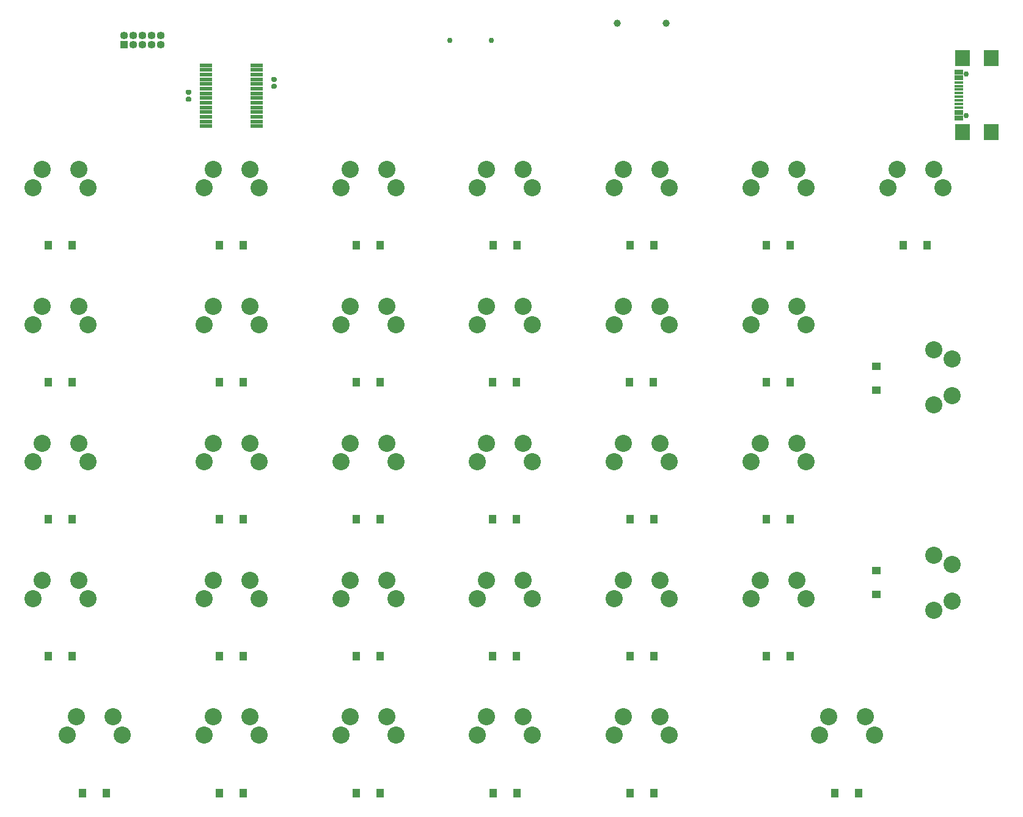
<source format=gbr>
%TF.GenerationSoftware,KiCad,Pcbnew,(5.1.6-0-10_14)*%
%TF.CreationDate,2020-07-02T10:25:43+02:00*%
%TF.ProjectId,aW_1,61575f31-2e6b-4696-9361-645f70636258,v1.0*%
%TF.SameCoordinates,Original*%
%TF.FileFunction,Soldermask,Bot*%
%TF.FilePolarity,Negative*%
%FSLAX46Y46*%
G04 Gerber Fmt 4.6, Leading zero omitted, Abs format (unit mm)*
G04 Created by KiCad (PCBNEW (5.1.6-0-10_14)) date 2020-07-02 10:25:43*
%MOMM*%
%LPD*%
G01*
G04 APERTURE LIST*
%ADD10C,2.386000*%
%ADD11C,1.000000*%
%ADD12O,1.100000X1.100000*%
%ADD13R,1.100000X1.100000*%
%ADD14R,1.751000X0.531800*%
%ADD15R,1.000000X1.300000*%
%ADD16R,1.300000X1.000000*%
%ADD17C,0.750000*%
%ADD18R,2.100000X2.280000*%
%ADD19R,1.250000X0.400000*%
%ADD20R,1.250000X0.700000*%
G04 APERTURE END LIST*
D10*
%TO.C,K33*%
X196792822Y-129241454D03*
X198062822Y-131781454D03*
X191712822Y-129241454D03*
X190442822Y-131781454D03*
%TD*%
%TO.C,K3*%
X130473422Y-53447854D03*
X131743422Y-55987854D03*
X125393422Y-53447854D03*
X124123422Y-55987854D03*
%TD*%
%TO.C,K13*%
X187318622Y-72396254D03*
X188588622Y-74936254D03*
X182238622Y-72396254D03*
X180968622Y-74936254D03*
%TD*%
%TO.C,K7*%
X206267022Y-53447854D03*
X207537022Y-55987854D03*
X201187022Y-53447854D03*
X199917022Y-55987854D03*
%TD*%
%TO.C,K12*%
X168370222Y-72396254D03*
X169640222Y-74936254D03*
X163290222Y-72396254D03*
X162020222Y-74936254D03*
%TD*%
%TO.C,K4*%
X149421822Y-53447854D03*
X150691822Y-55987854D03*
X144341822Y-53447854D03*
X143071822Y-55987854D03*
%TD*%
%TO.C,K16*%
X111525022Y-91344654D03*
X112795022Y-93884654D03*
X106445022Y-91344654D03*
X105175022Y-93884654D03*
%TD*%
%TO.C,K17*%
X130473422Y-91344654D03*
X131743422Y-93884654D03*
X125393422Y-91344654D03*
X124123422Y-93884654D03*
%TD*%
%TO.C,K20*%
X187318622Y-91344654D03*
X188588622Y-93884654D03*
X182238622Y-91344654D03*
X180968622Y-93884654D03*
%TD*%
%TO.C,K5*%
X168370222Y-53447854D03*
X169640222Y-55987854D03*
X163290222Y-53447854D03*
X162020222Y-55987854D03*
%TD*%
%TO.C,K11*%
X149421822Y-72396254D03*
X150691822Y-74936254D03*
X144341822Y-72396254D03*
X143071822Y-74936254D03*
%TD*%
%TO.C,K19*%
X168370222Y-91344654D03*
X169640222Y-93884654D03*
X163290222Y-91344654D03*
X162020222Y-93884654D03*
%TD*%
%TO.C,K18*%
X149421822Y-91344654D03*
X150691822Y-93884654D03*
X144341822Y-91344654D03*
X143071822Y-93884654D03*
%TD*%
%TO.C,K6*%
X187318622Y-53447854D03*
X188588622Y-55987854D03*
X182238622Y-53447854D03*
X180968622Y-55987854D03*
%TD*%
%TO.C,K9*%
X111525022Y-72396254D03*
X112795022Y-74936254D03*
X106445022Y-72396254D03*
X105175022Y-74936254D03*
%TD*%
%TO.C,K10*%
X130473422Y-72396254D03*
X131743422Y-74936254D03*
X125393422Y-72396254D03*
X124123422Y-74936254D03*
%TD*%
%TO.C,K2*%
X111525022Y-53447854D03*
X112795022Y-55987854D03*
X106445022Y-53447854D03*
X105175022Y-55987854D03*
%TD*%
%TO.C,K28*%
X92576622Y-129241454D03*
X93846622Y-131781454D03*
X87496622Y-129241454D03*
X86226622Y-131781454D03*
%TD*%
%TO.C,K30*%
X130473422Y-129241454D03*
X131743422Y-131781454D03*
X125393422Y-129241454D03*
X124123422Y-131781454D03*
%TD*%
%TO.C,K23*%
X111525022Y-110293054D03*
X112795022Y-112833054D03*
X106445022Y-110293054D03*
X105175022Y-112833054D03*
%TD*%
%TO.C,K32*%
X168370222Y-129241454D03*
X169640222Y-131781454D03*
X163290222Y-129241454D03*
X162020222Y-131781454D03*
%TD*%
%TO.C,K27*%
X187318622Y-110293054D03*
X188588622Y-112833054D03*
X182238622Y-110293054D03*
X180968622Y-112833054D03*
%TD*%
%TO.C,K25*%
X149421822Y-110293054D03*
X150691822Y-112833054D03*
X144341822Y-110293054D03*
X143071822Y-112833054D03*
%TD*%
%TO.C,K29*%
X111525022Y-129241454D03*
X112795022Y-131781454D03*
X106445022Y-129241454D03*
X105175022Y-131781454D03*
%TD*%
%TO.C,K26*%
X168370222Y-110293054D03*
X169640222Y-112833054D03*
X163290222Y-110293054D03*
X162020222Y-112833054D03*
%TD*%
%TO.C,K24*%
X130473422Y-110293054D03*
X131743422Y-112833054D03*
X125393422Y-110293054D03*
X124123422Y-112833054D03*
%TD*%
%TO.C,K31*%
X149421822Y-129241454D03*
X150691822Y-131781454D03*
X144341822Y-129241454D03*
X143071822Y-131781454D03*
%TD*%
%TO.C,K14*%
X208807022Y-79673354D03*
X206267022Y-78403354D03*
X208807022Y-84753354D03*
X206267022Y-86023354D03*
%TD*%
%TO.C,K8*%
X82759522Y-72396254D03*
X81489522Y-74936254D03*
X87839522Y-72396254D03*
X89109522Y-74936254D03*
%TD*%
%TO.C,K21*%
X208807022Y-108095954D03*
X206267022Y-106825954D03*
X208807022Y-113175954D03*
X206267022Y-114445954D03*
%TD*%
%TO.C,K22*%
X82759522Y-110293054D03*
X81489522Y-112833054D03*
X87839522Y-110293054D03*
X89109522Y-112833054D03*
%TD*%
%TO.C,K1*%
X82759522Y-53447854D03*
X81489522Y-55987854D03*
X87839522Y-53447854D03*
X89109522Y-55987854D03*
%TD*%
%TO.C,K15*%
X82759522Y-91344654D03*
X81489522Y-93884654D03*
X87839522Y-91344654D03*
X89109522Y-93884654D03*
%TD*%
D11*
%TO.C,S1*%
X162398640Y-33159728D03*
X169198640Y-33159728D03*
%TD*%
D12*
%TO.C,J4*%
X99229942Y-34850418D03*
X99229942Y-36120418D03*
X97959942Y-34850418D03*
X97959942Y-36120418D03*
X96689942Y-34850418D03*
X96689942Y-36120418D03*
X95419942Y-34850418D03*
X95419942Y-36120418D03*
X94149942Y-34850418D03*
D13*
X94149942Y-36120418D03*
%TD*%
D14*
%TO.C,U2*%
X112458392Y-47451074D03*
X112458392Y-46801074D03*
X112458392Y-46151074D03*
X112458392Y-45501074D03*
X112458392Y-44851074D03*
X112458392Y-44201074D03*
X112458392Y-43551074D03*
X112458392Y-42901074D03*
X112458392Y-42251074D03*
X112458392Y-41601074D03*
X112458392Y-40951074D03*
X112458392Y-40301074D03*
X112458392Y-39651074D03*
X112458392Y-39001074D03*
X105448392Y-39001074D03*
X105448392Y-39651074D03*
X105448392Y-40301074D03*
X105448392Y-40951074D03*
X105448392Y-41601074D03*
X105448392Y-42251074D03*
X105448392Y-42901074D03*
X105448392Y-43551074D03*
X105448392Y-44201074D03*
X105448392Y-44851074D03*
X105448392Y-45501074D03*
X105448392Y-46151074D03*
X105448392Y-46801074D03*
X105448392Y-47451074D03*
%TD*%
%TO.C,C1*%
G36*
G01*
X102834512Y-43366074D02*
X103229512Y-43366074D01*
G75*
G02*
X103402012Y-43538574I0J-172500D01*
G01*
X103402012Y-43883574D01*
G75*
G02*
X103229512Y-44056074I-172500J0D01*
G01*
X102834512Y-44056074D01*
G75*
G02*
X102662012Y-43883574I0J172500D01*
G01*
X102662012Y-43538574D01*
G75*
G02*
X102834512Y-43366074I172500J0D01*
G01*
G37*
G36*
G01*
X102834512Y-42396074D02*
X103229512Y-42396074D01*
G75*
G02*
X103402012Y-42568574I0J-172500D01*
G01*
X103402012Y-42913574D01*
G75*
G02*
X103229512Y-43086074I-172500J0D01*
G01*
X102834512Y-43086074D01*
G75*
G02*
X102662012Y-42913574I0J172500D01*
G01*
X102662012Y-42568574D01*
G75*
G02*
X102834512Y-42396074I172500J0D01*
G01*
G37*
%TD*%
D15*
%TO.C,D35*%
X192602822Y-139744568D03*
X195902822Y-139744568D03*
%TD*%
%TO.C,D34*%
X164180222Y-139744568D03*
X167480222Y-139744568D03*
%TD*%
%TO.C,D33*%
X145231822Y-139744568D03*
X148531822Y-139744568D03*
%TD*%
%TO.C,D32*%
X126283422Y-139744568D03*
X129583422Y-139744568D03*
%TD*%
%TO.C,D31*%
X107335022Y-139744568D03*
X110635022Y-139744568D03*
%TD*%
%TO.C,D30*%
X88380272Y-139744568D03*
X91680272Y-139744568D03*
%TD*%
%TO.C,D29*%
X183128622Y-120796152D03*
X186428622Y-120796152D03*
%TD*%
%TO.C,D28*%
X164180222Y-120796152D03*
X167480222Y-120796152D03*
%TD*%
%TO.C,D27*%
X145200224Y-120796152D03*
X148500224Y-120796152D03*
%TD*%
%TO.C,D26*%
X126283422Y-120796152D03*
X129583422Y-120796152D03*
%TD*%
%TO.C,D25*%
X107335022Y-120796152D03*
X110635022Y-120796152D03*
%TD*%
%TO.C,D24*%
X83649522Y-120796152D03*
X86949522Y-120796152D03*
%TD*%
D16*
%TO.C,D23*%
X198366230Y-108985954D03*
X198366230Y-112285954D03*
%TD*%
D15*
%TO.C,D22*%
X183128622Y-101847736D03*
X186428622Y-101847736D03*
%TD*%
%TO.C,D21*%
X164180222Y-101847736D03*
X167480222Y-101847736D03*
%TD*%
%TO.C,D20*%
X145200224Y-101847736D03*
X148500224Y-101847736D03*
%TD*%
%TO.C,D19*%
X126283422Y-101847736D03*
X129583422Y-101847736D03*
%TD*%
%TO.C,D18*%
X107325273Y-101847736D03*
X110625273Y-101847736D03*
%TD*%
%TO.C,D17*%
X83617872Y-101847736D03*
X86917872Y-101847736D03*
%TD*%
D16*
%TO.C,D16*%
X198366230Y-80657182D03*
X198366230Y-83957182D03*
%TD*%
D15*
%TO.C,D15*%
X183128622Y-82899320D03*
X186428622Y-82899320D03*
%TD*%
%TO.C,D14*%
X164148640Y-82899320D03*
X167448640Y-82899320D03*
%TD*%
%TO.C,D13*%
X145200224Y-82899320D03*
X148500224Y-82899320D03*
%TD*%
%TO.C,D12*%
X126251808Y-82899320D03*
X129551808Y-82899320D03*
%TD*%
%TO.C,D11*%
X107303392Y-82899320D03*
X110603392Y-82899320D03*
%TD*%
%TO.C,D10*%
X83617872Y-82899320D03*
X86917872Y-82899320D03*
%TD*%
%TO.C,D9*%
X202077022Y-63950904D03*
X205377022Y-63950904D03*
%TD*%
%TO.C,D8*%
X183128622Y-63950904D03*
X186428622Y-63950904D03*
%TD*%
%TO.C,D7*%
X164180222Y-63950904D03*
X167480222Y-63950904D03*
%TD*%
%TO.C,D6*%
X145231822Y-63950904D03*
X148531822Y-63950904D03*
%TD*%
%TO.C,D5*%
X126251808Y-63950904D03*
X129551808Y-63950904D03*
%TD*%
%TO.C,D4*%
X107335022Y-63950904D03*
X110635022Y-63950904D03*
%TD*%
%TO.C,D3*%
X83649522Y-63950904D03*
X86949522Y-63950904D03*
%TD*%
D17*
%TO.C,J1*%
X210801128Y-46014352D03*
X210801128Y-40234352D03*
D18*
X214231128Y-48234352D03*
X214231128Y-38014352D03*
X210301128Y-48234352D03*
X210301128Y-38014352D03*
D19*
X209726128Y-43374352D03*
X209726128Y-42874352D03*
X209726128Y-43874352D03*
X209726128Y-42374352D03*
X209726128Y-44374352D03*
X209726128Y-41874352D03*
X209726128Y-44874352D03*
X209726128Y-41374352D03*
D20*
X209726128Y-46324352D03*
X209726128Y-45524352D03*
X209726128Y-40724352D03*
X209726128Y-39924352D03*
%TD*%
D17*
%TO.C,J2*%
X210801128Y-40234352D03*
X210801128Y-46014352D03*
%TD*%
%TO.C,J3*%
X139223120Y-35528280D03*
X145003120Y-35528280D03*
%TD*%
%TO.C,R1*%
G36*
G01*
X115072272Y-41309660D02*
X114677272Y-41309660D01*
G75*
G02*
X114504772Y-41137160I0J172500D01*
G01*
X114504772Y-40792160D01*
G75*
G02*
X114677272Y-40619660I172500J0D01*
G01*
X115072272Y-40619660D01*
G75*
G02*
X115244772Y-40792160I0J-172500D01*
G01*
X115244772Y-41137160D01*
G75*
G02*
X115072272Y-41309660I-172500J0D01*
G01*
G37*
G36*
G01*
X115072272Y-42279660D02*
X114677272Y-42279660D01*
G75*
G02*
X114504772Y-42107160I0J172500D01*
G01*
X114504772Y-41762160D01*
G75*
G02*
X114677272Y-41589660I172500J0D01*
G01*
X115072272Y-41589660D01*
G75*
G02*
X115244772Y-41762160I0J-172500D01*
G01*
X115244772Y-42107160D01*
G75*
G02*
X115072272Y-42279660I-172500J0D01*
G01*
G37*
%TD*%
M02*

</source>
